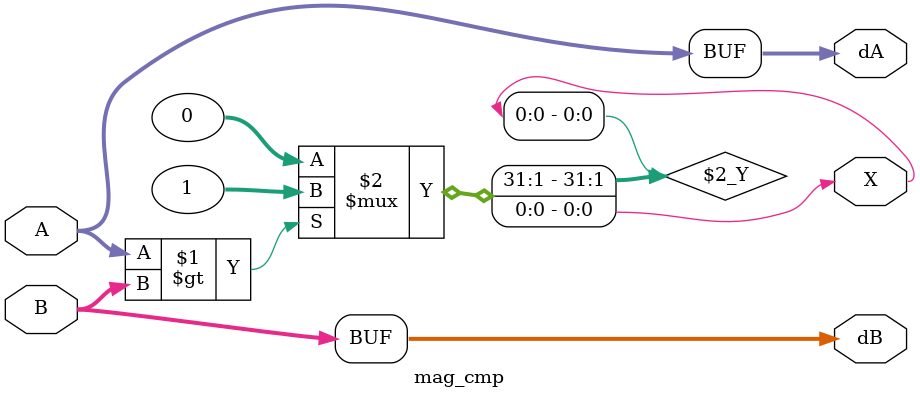
<source format=v>
`timescale 1ns / 1ps


module mag_cmp(X, dA, dB, A, B);
output X;
output [3:0] dA;
output [3:0] dB;
input [3:0] A;
input [3:0] B;

assign X = (A>B) ? 1 : 0;
assign dA = A;
assign dB = B;

endmodule

</source>
